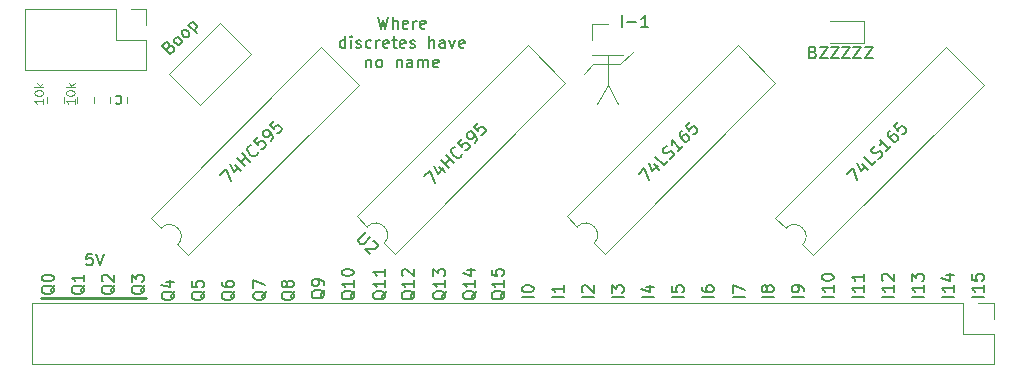
<source format=gbr>
%TF.GenerationSoftware,KiCad,Pcbnew,5.1.9+dfsg1-1+deb11u1*%
%TF.CreationDate,2025-02-02T16:03:13-08:00*%
%TF.ProjectId,esp01Expander,65737030-3145-4787-9061-6e6465722e6b,rev?*%
%TF.SameCoordinates,Original*%
%TF.FileFunction,Legend,Top*%
%TF.FilePolarity,Positive*%
%FSLAX46Y46*%
G04 Gerber Fmt 4.6, Leading zero omitted, Abs format (unit mm)*
G04 Created by KiCad (PCBNEW 5.1.9+dfsg1-1+deb11u1) date 2025-02-02 16:03:13*
%MOMM*%
%LPD*%
G01*
G04 APERTURE LIST*
%ADD10C,0.150000*%
%ADD11C,0.120000*%
%ADD12C,0.250000*%
%ADD13C,0.100000*%
G04 APERTURE END LIST*
D10*
X105854523Y-107656380D02*
X105378333Y-107656380D01*
X105330714Y-108132571D01*
X105378333Y-108084952D01*
X105473571Y-108037333D01*
X105711666Y-108037333D01*
X105806904Y-108084952D01*
X105854523Y-108132571D01*
X105902142Y-108227809D01*
X105902142Y-108465904D01*
X105854523Y-108561142D01*
X105806904Y-108608761D01*
X105711666Y-108656380D01*
X105473571Y-108656380D01*
X105378333Y-108608761D01*
X105330714Y-108561142D01*
X106187857Y-107656380D02*
X106521190Y-108656380D01*
X106854523Y-107656380D01*
X150669761Y-88463380D02*
X150669761Y-87463380D01*
X151145952Y-88082428D02*
X151907857Y-88082428D01*
X152907857Y-88463380D02*
X152336428Y-88463380D01*
X152622142Y-88463380D02*
X152622142Y-87463380D01*
X152526904Y-87606238D01*
X152431666Y-87701476D01*
X152336428Y-87749095D01*
D11*
X148209000Y-91567000D02*
X147447000Y-92456000D01*
X149606000Y-91567000D02*
X148209000Y-91567000D01*
X150495000Y-91567000D02*
X151638000Y-90551000D01*
X149606000Y-91567000D02*
X150495000Y-91567000D01*
X149479000Y-93345000D02*
X150368000Y-94996000D01*
X149479000Y-93345000D02*
X148590000Y-94996000D01*
X149479000Y-90805000D02*
X149479000Y-93345000D01*
D10*
X181300380Y-111315380D02*
X180300380Y-111315380D01*
X181300380Y-110315380D02*
X181300380Y-110886809D01*
X181300380Y-110601095D02*
X180300380Y-110601095D01*
X180443238Y-110696333D01*
X180538476Y-110791571D01*
X180586095Y-110886809D01*
X180300380Y-109410619D02*
X180300380Y-109886809D01*
X180776571Y-109934428D01*
X180728952Y-109886809D01*
X180681333Y-109791571D01*
X180681333Y-109553476D01*
X180728952Y-109458238D01*
X180776571Y-109410619D01*
X180871809Y-109363000D01*
X181109904Y-109363000D01*
X181205142Y-109410619D01*
X181252761Y-109458238D01*
X181300380Y-109553476D01*
X181300380Y-109791571D01*
X181252761Y-109886809D01*
X181205142Y-109934428D01*
X178760380Y-111315380D02*
X177760380Y-111315380D01*
X178760380Y-110315380D02*
X178760380Y-110886809D01*
X178760380Y-110601095D02*
X177760380Y-110601095D01*
X177903238Y-110696333D01*
X177998476Y-110791571D01*
X178046095Y-110886809D01*
X178093714Y-109458238D02*
X178760380Y-109458238D01*
X177712761Y-109696333D02*
X178427047Y-109934428D01*
X178427047Y-109315380D01*
X176220380Y-111315380D02*
X175220380Y-111315380D01*
X176220380Y-110315380D02*
X176220380Y-110886809D01*
X176220380Y-110601095D02*
X175220380Y-110601095D01*
X175363238Y-110696333D01*
X175458476Y-110791571D01*
X175506095Y-110886809D01*
X175220380Y-109982047D02*
X175220380Y-109363000D01*
X175601333Y-109696333D01*
X175601333Y-109553476D01*
X175648952Y-109458238D01*
X175696571Y-109410619D01*
X175791809Y-109363000D01*
X176029904Y-109363000D01*
X176125142Y-109410619D01*
X176172761Y-109458238D01*
X176220380Y-109553476D01*
X176220380Y-109839190D01*
X176172761Y-109934428D01*
X176125142Y-109982047D01*
X173680380Y-111315380D02*
X172680380Y-111315380D01*
X173680380Y-110315380D02*
X173680380Y-110886809D01*
X173680380Y-110601095D02*
X172680380Y-110601095D01*
X172823238Y-110696333D01*
X172918476Y-110791571D01*
X172966095Y-110886809D01*
X172775619Y-109934428D02*
X172728000Y-109886809D01*
X172680380Y-109791571D01*
X172680380Y-109553476D01*
X172728000Y-109458238D01*
X172775619Y-109410619D01*
X172870857Y-109363000D01*
X172966095Y-109363000D01*
X173108952Y-109410619D01*
X173680380Y-109982047D01*
X173680380Y-109363000D01*
X171140380Y-111315380D02*
X170140380Y-111315380D01*
X171140380Y-110315380D02*
X171140380Y-110886809D01*
X171140380Y-110601095D02*
X170140380Y-110601095D01*
X170283238Y-110696333D01*
X170378476Y-110791571D01*
X170426095Y-110886809D01*
X171140380Y-109363000D02*
X171140380Y-109934428D01*
X171140380Y-109648714D02*
X170140380Y-109648714D01*
X170283238Y-109743952D01*
X170378476Y-109839190D01*
X170426095Y-109934428D01*
X168600380Y-111315380D02*
X167600380Y-111315380D01*
X168600380Y-110315380D02*
X168600380Y-110886809D01*
X168600380Y-110601095D02*
X167600380Y-110601095D01*
X167743238Y-110696333D01*
X167838476Y-110791571D01*
X167886095Y-110886809D01*
X167600380Y-109696333D02*
X167600380Y-109601095D01*
X167648000Y-109505857D01*
X167695619Y-109458238D01*
X167790857Y-109410619D01*
X167981333Y-109363000D01*
X168219428Y-109363000D01*
X168409904Y-109410619D01*
X168505142Y-109458238D01*
X168552761Y-109505857D01*
X168600380Y-109601095D01*
X168600380Y-109696333D01*
X168552761Y-109791571D01*
X168505142Y-109839190D01*
X168409904Y-109886809D01*
X168219428Y-109934428D01*
X167981333Y-109934428D01*
X167790857Y-109886809D01*
X167695619Y-109839190D01*
X167648000Y-109791571D01*
X167600380Y-109696333D01*
X166060380Y-111347190D02*
X165060380Y-111347190D01*
X166060380Y-110823380D02*
X166060380Y-110632904D01*
X166012761Y-110537666D01*
X165965142Y-110490047D01*
X165822285Y-110394809D01*
X165631809Y-110347190D01*
X165250857Y-110347190D01*
X165155619Y-110394809D01*
X165108000Y-110442428D01*
X165060380Y-110537666D01*
X165060380Y-110728142D01*
X165108000Y-110823380D01*
X165155619Y-110871000D01*
X165250857Y-110918619D01*
X165488952Y-110918619D01*
X165584190Y-110871000D01*
X165631809Y-110823380D01*
X165679428Y-110728142D01*
X165679428Y-110537666D01*
X165631809Y-110442428D01*
X165584190Y-110394809D01*
X165488952Y-110347190D01*
X163520380Y-111347190D02*
X162520380Y-111347190D01*
X162948952Y-110728142D02*
X162901333Y-110823380D01*
X162853714Y-110871000D01*
X162758476Y-110918619D01*
X162710857Y-110918619D01*
X162615619Y-110871000D01*
X162568000Y-110823380D01*
X162520380Y-110728142D01*
X162520380Y-110537666D01*
X162568000Y-110442428D01*
X162615619Y-110394809D01*
X162710857Y-110347190D01*
X162758476Y-110347190D01*
X162853714Y-110394809D01*
X162901333Y-110442428D01*
X162948952Y-110537666D01*
X162948952Y-110728142D01*
X162996571Y-110823380D01*
X163044190Y-110871000D01*
X163139428Y-110918619D01*
X163329904Y-110918619D01*
X163425142Y-110871000D01*
X163472761Y-110823380D01*
X163520380Y-110728142D01*
X163520380Y-110537666D01*
X163472761Y-110442428D01*
X163425142Y-110394809D01*
X163329904Y-110347190D01*
X163139428Y-110347190D01*
X163044190Y-110394809D01*
X162996571Y-110442428D01*
X162948952Y-110537666D01*
X161107380Y-111347190D02*
X160107380Y-111347190D01*
X160107380Y-110966238D02*
X160107380Y-110299571D01*
X161107380Y-110728142D01*
X158440380Y-111347190D02*
X157440380Y-111347190D01*
X157440380Y-110442428D02*
X157440380Y-110632904D01*
X157488000Y-110728142D01*
X157535619Y-110775761D01*
X157678476Y-110871000D01*
X157868952Y-110918619D01*
X158249904Y-110918619D01*
X158345142Y-110871000D01*
X158392761Y-110823380D01*
X158440380Y-110728142D01*
X158440380Y-110537666D01*
X158392761Y-110442428D01*
X158345142Y-110394809D01*
X158249904Y-110347190D01*
X158011809Y-110347190D01*
X157916571Y-110394809D01*
X157868952Y-110442428D01*
X157821333Y-110537666D01*
X157821333Y-110728142D01*
X157868952Y-110823380D01*
X157916571Y-110871000D01*
X158011809Y-110918619D01*
X155900380Y-111347190D02*
X154900380Y-111347190D01*
X154900380Y-110394809D02*
X154900380Y-110871000D01*
X155376571Y-110918619D01*
X155328952Y-110871000D01*
X155281333Y-110775761D01*
X155281333Y-110537666D01*
X155328952Y-110442428D01*
X155376571Y-110394809D01*
X155471809Y-110347190D01*
X155709904Y-110347190D01*
X155805142Y-110394809D01*
X155852761Y-110442428D01*
X155900380Y-110537666D01*
X155900380Y-110775761D01*
X155852761Y-110871000D01*
X155805142Y-110918619D01*
X153360380Y-111347190D02*
X152360380Y-111347190D01*
X152693714Y-110442428D02*
X153360380Y-110442428D01*
X152312761Y-110680523D02*
X153027047Y-110918619D01*
X153027047Y-110299571D01*
X150820380Y-111347190D02*
X149820380Y-111347190D01*
X149820380Y-110966238D02*
X149820380Y-110347190D01*
X150201333Y-110680523D01*
X150201333Y-110537666D01*
X150248952Y-110442428D01*
X150296571Y-110394809D01*
X150391809Y-110347190D01*
X150629904Y-110347190D01*
X150725142Y-110394809D01*
X150772761Y-110442428D01*
X150820380Y-110537666D01*
X150820380Y-110823380D01*
X150772761Y-110918619D01*
X150725142Y-110966238D01*
X148280380Y-111347190D02*
X147280380Y-111347190D01*
X147375619Y-110918619D02*
X147328000Y-110871000D01*
X147280380Y-110775761D01*
X147280380Y-110537666D01*
X147328000Y-110442428D01*
X147375619Y-110394809D01*
X147470857Y-110347190D01*
X147566095Y-110347190D01*
X147708952Y-110394809D01*
X148280380Y-110966238D01*
X148280380Y-110347190D01*
X145740380Y-111347190D02*
X144740380Y-111347190D01*
X145740380Y-110347190D02*
X145740380Y-110918619D01*
X145740380Y-110632904D02*
X144740380Y-110632904D01*
X144883238Y-110728142D01*
X144978476Y-110823380D01*
X145026095Y-110918619D01*
X143200380Y-111347190D02*
X142200380Y-111347190D01*
X142200380Y-110680523D02*
X142200380Y-110585285D01*
X142248000Y-110490047D01*
X142295619Y-110442428D01*
X142390857Y-110394809D01*
X142581333Y-110347190D01*
X142819428Y-110347190D01*
X143009904Y-110394809D01*
X143105142Y-110442428D01*
X143152761Y-110490047D01*
X143200380Y-110585285D01*
X143200380Y-110680523D01*
X143152761Y-110775761D01*
X143105142Y-110823380D01*
X143009904Y-110871000D01*
X142819428Y-110918619D01*
X142581333Y-110918619D01*
X142390857Y-110871000D01*
X142295619Y-110823380D01*
X142248000Y-110775761D01*
X142200380Y-110680523D01*
X120562619Y-110839238D02*
X120515000Y-110934476D01*
X120419761Y-111029714D01*
X120276904Y-111172571D01*
X120229285Y-111267809D01*
X120229285Y-111363047D01*
X120467380Y-111315428D02*
X120419761Y-111410666D01*
X120324523Y-111505904D01*
X120134047Y-111553523D01*
X119800714Y-111553523D01*
X119610238Y-111505904D01*
X119515000Y-111410666D01*
X119467380Y-111315428D01*
X119467380Y-111124952D01*
X119515000Y-111029714D01*
X119610238Y-110934476D01*
X119800714Y-110886857D01*
X120134047Y-110886857D01*
X120324523Y-110934476D01*
X120419761Y-111029714D01*
X120467380Y-111124952D01*
X120467380Y-111315428D01*
X119467380Y-110553523D02*
X119467380Y-109886857D01*
X120467380Y-110315428D01*
X117895619Y-110839238D02*
X117848000Y-110934476D01*
X117752761Y-111029714D01*
X117609904Y-111172571D01*
X117562285Y-111267809D01*
X117562285Y-111363047D01*
X117800380Y-111315428D02*
X117752761Y-111410666D01*
X117657523Y-111505904D01*
X117467047Y-111553523D01*
X117133714Y-111553523D01*
X116943238Y-111505904D01*
X116848000Y-111410666D01*
X116800380Y-111315428D01*
X116800380Y-111124952D01*
X116848000Y-111029714D01*
X116943238Y-110934476D01*
X117133714Y-110886857D01*
X117467047Y-110886857D01*
X117657523Y-110934476D01*
X117752761Y-111029714D01*
X117800380Y-111124952D01*
X117800380Y-111315428D01*
X116800380Y-110029714D02*
X116800380Y-110220190D01*
X116848000Y-110315428D01*
X116895619Y-110363047D01*
X117038476Y-110458285D01*
X117228952Y-110505904D01*
X117609904Y-110505904D01*
X117705142Y-110458285D01*
X117752761Y-110410666D01*
X117800380Y-110315428D01*
X117800380Y-110124952D01*
X117752761Y-110029714D01*
X117705142Y-109982095D01*
X117609904Y-109934476D01*
X117371809Y-109934476D01*
X117276571Y-109982095D01*
X117228952Y-110029714D01*
X117181333Y-110124952D01*
X117181333Y-110315428D01*
X117228952Y-110410666D01*
X117276571Y-110458285D01*
X117371809Y-110505904D01*
X115355619Y-110839238D02*
X115308000Y-110934476D01*
X115212761Y-111029714D01*
X115069904Y-111172571D01*
X115022285Y-111267809D01*
X115022285Y-111363047D01*
X115260380Y-111315428D02*
X115212761Y-111410666D01*
X115117523Y-111505904D01*
X114927047Y-111553523D01*
X114593714Y-111553523D01*
X114403238Y-111505904D01*
X114308000Y-111410666D01*
X114260380Y-111315428D01*
X114260380Y-111124952D01*
X114308000Y-111029714D01*
X114403238Y-110934476D01*
X114593714Y-110886857D01*
X114927047Y-110886857D01*
X115117523Y-110934476D01*
X115212761Y-111029714D01*
X115260380Y-111124952D01*
X115260380Y-111315428D01*
X114260380Y-109982095D02*
X114260380Y-110458285D01*
X114736571Y-110505904D01*
X114688952Y-110458285D01*
X114641333Y-110363047D01*
X114641333Y-110124952D01*
X114688952Y-110029714D01*
X114736571Y-109982095D01*
X114831809Y-109934476D01*
X115069904Y-109934476D01*
X115165142Y-109982095D01*
X115212761Y-110029714D01*
X115260380Y-110124952D01*
X115260380Y-110363047D01*
X115212761Y-110458285D01*
X115165142Y-110505904D01*
X112815619Y-110839238D02*
X112768000Y-110934476D01*
X112672761Y-111029714D01*
X112529904Y-111172571D01*
X112482285Y-111267809D01*
X112482285Y-111363047D01*
X112720380Y-111315428D02*
X112672761Y-111410666D01*
X112577523Y-111505904D01*
X112387047Y-111553523D01*
X112053714Y-111553523D01*
X111863238Y-111505904D01*
X111768000Y-111410666D01*
X111720380Y-111315428D01*
X111720380Y-111124952D01*
X111768000Y-111029714D01*
X111863238Y-110934476D01*
X112053714Y-110886857D01*
X112387047Y-110886857D01*
X112577523Y-110934476D01*
X112672761Y-111029714D01*
X112720380Y-111124952D01*
X112720380Y-111315428D01*
X112053714Y-110029714D02*
X112720380Y-110029714D01*
X111672761Y-110267809D02*
X112387047Y-110505904D01*
X112387047Y-109886857D01*
X110275619Y-110331238D02*
X110228000Y-110426476D01*
X110132761Y-110521714D01*
X109989904Y-110664571D01*
X109942285Y-110759809D01*
X109942285Y-110855047D01*
X110180380Y-110807428D02*
X110132761Y-110902666D01*
X110037523Y-110997904D01*
X109847047Y-111045523D01*
X109513714Y-111045523D01*
X109323238Y-110997904D01*
X109228000Y-110902666D01*
X109180380Y-110807428D01*
X109180380Y-110616952D01*
X109228000Y-110521714D01*
X109323238Y-110426476D01*
X109513714Y-110378857D01*
X109847047Y-110378857D01*
X110037523Y-110426476D01*
X110132761Y-110521714D01*
X110180380Y-110616952D01*
X110180380Y-110807428D01*
X109180380Y-110045523D02*
X109180380Y-109426476D01*
X109561333Y-109759809D01*
X109561333Y-109616952D01*
X109608952Y-109521714D01*
X109656571Y-109474095D01*
X109751809Y-109426476D01*
X109989904Y-109426476D01*
X110085142Y-109474095D01*
X110132761Y-109521714D01*
X110180380Y-109616952D01*
X110180380Y-109902666D01*
X110132761Y-109997904D01*
X110085142Y-110045523D01*
X107735619Y-110331238D02*
X107688000Y-110426476D01*
X107592761Y-110521714D01*
X107449904Y-110664571D01*
X107402285Y-110759809D01*
X107402285Y-110855047D01*
X107640380Y-110807428D02*
X107592761Y-110902666D01*
X107497523Y-110997904D01*
X107307047Y-111045523D01*
X106973714Y-111045523D01*
X106783238Y-110997904D01*
X106688000Y-110902666D01*
X106640380Y-110807428D01*
X106640380Y-110616952D01*
X106688000Y-110521714D01*
X106783238Y-110426476D01*
X106973714Y-110378857D01*
X107307047Y-110378857D01*
X107497523Y-110426476D01*
X107592761Y-110521714D01*
X107640380Y-110616952D01*
X107640380Y-110807428D01*
X106735619Y-109997904D02*
X106688000Y-109950285D01*
X106640380Y-109855047D01*
X106640380Y-109616952D01*
X106688000Y-109521714D01*
X106735619Y-109474095D01*
X106830857Y-109426476D01*
X106926095Y-109426476D01*
X107068952Y-109474095D01*
X107640380Y-110045523D01*
X107640380Y-109426476D01*
X105195619Y-110331238D02*
X105148000Y-110426476D01*
X105052761Y-110521714D01*
X104909904Y-110664571D01*
X104862285Y-110759809D01*
X104862285Y-110855047D01*
X105100380Y-110807428D02*
X105052761Y-110902666D01*
X104957523Y-110997904D01*
X104767047Y-111045523D01*
X104433714Y-111045523D01*
X104243238Y-110997904D01*
X104148000Y-110902666D01*
X104100380Y-110807428D01*
X104100380Y-110616952D01*
X104148000Y-110521714D01*
X104243238Y-110426476D01*
X104433714Y-110378857D01*
X104767047Y-110378857D01*
X104957523Y-110426476D01*
X105052761Y-110521714D01*
X105100380Y-110616952D01*
X105100380Y-110807428D01*
X105100380Y-109426476D02*
X105100380Y-109997904D01*
X105100380Y-109712190D02*
X104100380Y-109712190D01*
X104243238Y-109807428D01*
X104338476Y-109902666D01*
X104386095Y-109997904D01*
X102655619Y-110331238D02*
X102608000Y-110426476D01*
X102512761Y-110521714D01*
X102369904Y-110664571D01*
X102322285Y-110759809D01*
X102322285Y-110855047D01*
X102560380Y-110807428D02*
X102512761Y-110902666D01*
X102417523Y-110997904D01*
X102227047Y-111045523D01*
X101893714Y-111045523D01*
X101703238Y-110997904D01*
X101608000Y-110902666D01*
X101560380Y-110807428D01*
X101560380Y-110616952D01*
X101608000Y-110521714D01*
X101703238Y-110426476D01*
X101893714Y-110378857D01*
X102227047Y-110378857D01*
X102417523Y-110426476D01*
X102512761Y-110521714D01*
X102560380Y-110616952D01*
X102560380Y-110807428D01*
X101560380Y-109759809D02*
X101560380Y-109664571D01*
X101608000Y-109569333D01*
X101655619Y-109521714D01*
X101750857Y-109474095D01*
X101941333Y-109426476D01*
X102179428Y-109426476D01*
X102369904Y-109474095D01*
X102465142Y-109521714D01*
X102512761Y-109569333D01*
X102560380Y-109664571D01*
X102560380Y-109759809D01*
X102512761Y-109855047D01*
X102465142Y-109902666D01*
X102369904Y-109950285D01*
X102179428Y-109997904D01*
X101941333Y-109997904D01*
X101750857Y-109950285D01*
X101655619Y-109902666D01*
X101608000Y-109855047D01*
X101560380Y-109759809D01*
X140755619Y-110807428D02*
X140708000Y-110902666D01*
X140612761Y-110997904D01*
X140469904Y-111140761D01*
X140422285Y-111236000D01*
X140422285Y-111331238D01*
X140660380Y-111283619D02*
X140612761Y-111378857D01*
X140517523Y-111474095D01*
X140327047Y-111521714D01*
X139993714Y-111521714D01*
X139803238Y-111474095D01*
X139708000Y-111378857D01*
X139660380Y-111283619D01*
X139660380Y-111093142D01*
X139708000Y-110997904D01*
X139803238Y-110902666D01*
X139993714Y-110855047D01*
X140327047Y-110855047D01*
X140517523Y-110902666D01*
X140612761Y-110997904D01*
X140660380Y-111093142D01*
X140660380Y-111283619D01*
X140660380Y-109902666D02*
X140660380Y-110474095D01*
X140660380Y-110188380D02*
X139660380Y-110188380D01*
X139803238Y-110283619D01*
X139898476Y-110378857D01*
X139946095Y-110474095D01*
X139660380Y-108997904D02*
X139660380Y-109474095D01*
X140136571Y-109521714D01*
X140088952Y-109474095D01*
X140041333Y-109378857D01*
X140041333Y-109140761D01*
X140088952Y-109045523D01*
X140136571Y-108997904D01*
X140231809Y-108950285D01*
X140469904Y-108950285D01*
X140565142Y-108997904D01*
X140612761Y-109045523D01*
X140660380Y-109140761D01*
X140660380Y-109378857D01*
X140612761Y-109474095D01*
X140565142Y-109521714D01*
X138342619Y-110807428D02*
X138295000Y-110902666D01*
X138199761Y-110997904D01*
X138056904Y-111140761D01*
X138009285Y-111236000D01*
X138009285Y-111331238D01*
X138247380Y-111283619D02*
X138199761Y-111378857D01*
X138104523Y-111474095D01*
X137914047Y-111521714D01*
X137580714Y-111521714D01*
X137390238Y-111474095D01*
X137295000Y-111378857D01*
X137247380Y-111283619D01*
X137247380Y-111093142D01*
X137295000Y-110997904D01*
X137390238Y-110902666D01*
X137580714Y-110855047D01*
X137914047Y-110855047D01*
X138104523Y-110902666D01*
X138199761Y-110997904D01*
X138247380Y-111093142D01*
X138247380Y-111283619D01*
X138247380Y-109902666D02*
X138247380Y-110474095D01*
X138247380Y-110188380D02*
X137247380Y-110188380D01*
X137390238Y-110283619D01*
X137485476Y-110378857D01*
X137533095Y-110474095D01*
X137580714Y-109045523D02*
X138247380Y-109045523D01*
X137199761Y-109283619D02*
X137914047Y-109521714D01*
X137914047Y-108902666D01*
X135802619Y-110807428D02*
X135755000Y-110902666D01*
X135659761Y-110997904D01*
X135516904Y-111140761D01*
X135469285Y-111236000D01*
X135469285Y-111331238D01*
X135707380Y-111283619D02*
X135659761Y-111378857D01*
X135564523Y-111474095D01*
X135374047Y-111521714D01*
X135040714Y-111521714D01*
X134850238Y-111474095D01*
X134755000Y-111378857D01*
X134707380Y-111283619D01*
X134707380Y-111093142D01*
X134755000Y-110997904D01*
X134850238Y-110902666D01*
X135040714Y-110855047D01*
X135374047Y-110855047D01*
X135564523Y-110902666D01*
X135659761Y-110997904D01*
X135707380Y-111093142D01*
X135707380Y-111283619D01*
X135707380Y-109902666D02*
X135707380Y-110474095D01*
X135707380Y-110188380D02*
X134707380Y-110188380D01*
X134850238Y-110283619D01*
X134945476Y-110378857D01*
X134993095Y-110474095D01*
X134707380Y-109569333D02*
X134707380Y-108950285D01*
X135088333Y-109283619D01*
X135088333Y-109140761D01*
X135135952Y-109045523D01*
X135183571Y-108997904D01*
X135278809Y-108950285D01*
X135516904Y-108950285D01*
X135612142Y-108997904D01*
X135659761Y-109045523D01*
X135707380Y-109140761D01*
X135707380Y-109426476D01*
X135659761Y-109521714D01*
X135612142Y-109569333D01*
X133135619Y-110807428D02*
X133088000Y-110902666D01*
X132992761Y-110997904D01*
X132849904Y-111140761D01*
X132802285Y-111236000D01*
X132802285Y-111331238D01*
X133040380Y-111283619D02*
X132992761Y-111378857D01*
X132897523Y-111474095D01*
X132707047Y-111521714D01*
X132373714Y-111521714D01*
X132183238Y-111474095D01*
X132088000Y-111378857D01*
X132040380Y-111283619D01*
X132040380Y-111093142D01*
X132088000Y-110997904D01*
X132183238Y-110902666D01*
X132373714Y-110855047D01*
X132707047Y-110855047D01*
X132897523Y-110902666D01*
X132992761Y-110997904D01*
X133040380Y-111093142D01*
X133040380Y-111283619D01*
X133040380Y-109902666D02*
X133040380Y-110474095D01*
X133040380Y-110188380D02*
X132040380Y-110188380D01*
X132183238Y-110283619D01*
X132278476Y-110378857D01*
X132326095Y-110474095D01*
X132135619Y-109521714D02*
X132088000Y-109474095D01*
X132040380Y-109378857D01*
X132040380Y-109140761D01*
X132088000Y-109045523D01*
X132135619Y-108997904D01*
X132230857Y-108950285D01*
X132326095Y-108950285D01*
X132468952Y-108997904D01*
X133040380Y-109569333D01*
X133040380Y-108950285D01*
X130722619Y-110807428D02*
X130675000Y-110902666D01*
X130579761Y-110997904D01*
X130436904Y-111140761D01*
X130389285Y-111236000D01*
X130389285Y-111331238D01*
X130627380Y-111283619D02*
X130579761Y-111378857D01*
X130484523Y-111474095D01*
X130294047Y-111521714D01*
X129960714Y-111521714D01*
X129770238Y-111474095D01*
X129675000Y-111378857D01*
X129627380Y-111283619D01*
X129627380Y-111093142D01*
X129675000Y-110997904D01*
X129770238Y-110902666D01*
X129960714Y-110855047D01*
X130294047Y-110855047D01*
X130484523Y-110902666D01*
X130579761Y-110997904D01*
X130627380Y-111093142D01*
X130627380Y-111283619D01*
X130627380Y-109902666D02*
X130627380Y-110474095D01*
X130627380Y-110188380D02*
X129627380Y-110188380D01*
X129770238Y-110283619D01*
X129865476Y-110378857D01*
X129913095Y-110474095D01*
X130627380Y-108950285D02*
X130627380Y-109521714D01*
X130627380Y-109236000D02*
X129627380Y-109236000D01*
X129770238Y-109331238D01*
X129865476Y-109426476D01*
X129913095Y-109521714D01*
X128055619Y-110807428D02*
X128008000Y-110902666D01*
X127912761Y-110997904D01*
X127769904Y-111140761D01*
X127722285Y-111236000D01*
X127722285Y-111331238D01*
X127960380Y-111283619D02*
X127912761Y-111378857D01*
X127817523Y-111474095D01*
X127627047Y-111521714D01*
X127293714Y-111521714D01*
X127103238Y-111474095D01*
X127008000Y-111378857D01*
X126960380Y-111283619D01*
X126960380Y-111093142D01*
X127008000Y-110997904D01*
X127103238Y-110902666D01*
X127293714Y-110855047D01*
X127627047Y-110855047D01*
X127817523Y-110902666D01*
X127912761Y-110997904D01*
X127960380Y-111093142D01*
X127960380Y-111283619D01*
X127960380Y-109902666D02*
X127960380Y-110474095D01*
X127960380Y-110188380D02*
X126960380Y-110188380D01*
X127103238Y-110283619D01*
X127198476Y-110378857D01*
X127246095Y-110474095D01*
X126960380Y-109283619D02*
X126960380Y-109188380D01*
X127008000Y-109093142D01*
X127055619Y-109045523D01*
X127150857Y-108997904D01*
X127341333Y-108950285D01*
X127579428Y-108950285D01*
X127769904Y-108997904D01*
X127865142Y-109045523D01*
X127912761Y-109093142D01*
X127960380Y-109188380D01*
X127960380Y-109283619D01*
X127912761Y-109378857D01*
X127865142Y-109426476D01*
X127769904Y-109474095D01*
X127579428Y-109521714D01*
X127341333Y-109521714D01*
X127150857Y-109474095D01*
X127055619Y-109426476D01*
X127008000Y-109378857D01*
X126960380Y-109283619D01*
X125515619Y-110712238D02*
X125468000Y-110807476D01*
X125372761Y-110902714D01*
X125229904Y-111045571D01*
X125182285Y-111140809D01*
X125182285Y-111236047D01*
X125420380Y-111188428D02*
X125372761Y-111283666D01*
X125277523Y-111378904D01*
X125087047Y-111426523D01*
X124753714Y-111426523D01*
X124563238Y-111378904D01*
X124468000Y-111283666D01*
X124420380Y-111188428D01*
X124420380Y-110997952D01*
X124468000Y-110902714D01*
X124563238Y-110807476D01*
X124753714Y-110759857D01*
X125087047Y-110759857D01*
X125277523Y-110807476D01*
X125372761Y-110902714D01*
X125420380Y-110997952D01*
X125420380Y-111188428D01*
X125420380Y-110283666D02*
X125420380Y-110093190D01*
X125372761Y-109997952D01*
X125325142Y-109950333D01*
X125182285Y-109855095D01*
X124991809Y-109807476D01*
X124610857Y-109807476D01*
X124515619Y-109855095D01*
X124468000Y-109902714D01*
X124420380Y-109997952D01*
X124420380Y-110188428D01*
X124468000Y-110283666D01*
X124515619Y-110331285D01*
X124610857Y-110378904D01*
X124848952Y-110378904D01*
X124944190Y-110331285D01*
X124991809Y-110283666D01*
X125039428Y-110188428D01*
X125039428Y-109997952D01*
X124991809Y-109902714D01*
X124944190Y-109855095D01*
X124848952Y-109807476D01*
X122975619Y-110839238D02*
X122928000Y-110934476D01*
X122832761Y-111029714D01*
X122689904Y-111172571D01*
X122642285Y-111267809D01*
X122642285Y-111363047D01*
X122880380Y-111315428D02*
X122832761Y-111410666D01*
X122737523Y-111505904D01*
X122547047Y-111553523D01*
X122213714Y-111553523D01*
X122023238Y-111505904D01*
X121928000Y-111410666D01*
X121880380Y-111315428D01*
X121880380Y-111124952D01*
X121928000Y-111029714D01*
X122023238Y-110934476D01*
X122213714Y-110886857D01*
X122547047Y-110886857D01*
X122737523Y-110934476D01*
X122832761Y-111029714D01*
X122880380Y-111124952D01*
X122880380Y-111315428D01*
X122308952Y-110315428D02*
X122261333Y-110410666D01*
X122213714Y-110458285D01*
X122118476Y-110505904D01*
X122070857Y-110505904D01*
X121975619Y-110458285D01*
X121928000Y-110410666D01*
X121880380Y-110315428D01*
X121880380Y-110124952D01*
X121928000Y-110029714D01*
X121975619Y-109982095D01*
X122070857Y-109934476D01*
X122118476Y-109934476D01*
X122213714Y-109982095D01*
X122261333Y-110029714D01*
X122308952Y-110124952D01*
X122308952Y-110315428D01*
X122356571Y-110410666D01*
X122404190Y-110458285D01*
X122499428Y-110505904D01*
X122689904Y-110505904D01*
X122785142Y-110458285D01*
X122832761Y-110410666D01*
X122880380Y-110315428D01*
X122880380Y-110124952D01*
X122832761Y-110029714D01*
X122785142Y-109982095D01*
X122689904Y-109934476D01*
X122499428Y-109934476D01*
X122404190Y-109982095D01*
X122356571Y-110029714D01*
X122308952Y-110124952D01*
D12*
X101473000Y-111379000D02*
X110363000Y-111379000D01*
D13*
X104352285Y-94553428D02*
X104352285Y-94982000D01*
X104352285Y-94767714D02*
X103602285Y-94767714D01*
X103709428Y-94839142D01*
X103780857Y-94910571D01*
X103816571Y-94982000D01*
X103602285Y-94089142D02*
X103602285Y-94017714D01*
X103638000Y-93946285D01*
X103673714Y-93910571D01*
X103745142Y-93874857D01*
X103888000Y-93839142D01*
X104066571Y-93839142D01*
X104209428Y-93874857D01*
X104280857Y-93910571D01*
X104316571Y-93946285D01*
X104352285Y-94017714D01*
X104352285Y-94089142D01*
X104316571Y-94160571D01*
X104280857Y-94196285D01*
X104209428Y-94232000D01*
X104066571Y-94267714D01*
X103888000Y-94267714D01*
X103745142Y-94232000D01*
X103673714Y-94196285D01*
X103638000Y-94160571D01*
X103602285Y-94089142D01*
X104352285Y-93517714D02*
X103602285Y-93517714D01*
X104066571Y-93446285D02*
X104352285Y-93232000D01*
X103852285Y-93232000D02*
X104138000Y-93517714D01*
X101685285Y-94553428D02*
X101685285Y-94982000D01*
X101685285Y-94767714D02*
X100935285Y-94767714D01*
X101042428Y-94839142D01*
X101113857Y-94910571D01*
X101149571Y-94982000D01*
X100935285Y-94089142D02*
X100935285Y-94017714D01*
X100971000Y-93946285D01*
X101006714Y-93910571D01*
X101078142Y-93874857D01*
X101221000Y-93839142D01*
X101399571Y-93839142D01*
X101542428Y-93874857D01*
X101613857Y-93910571D01*
X101649571Y-93946285D01*
X101685285Y-94017714D01*
X101685285Y-94089142D01*
X101649571Y-94160571D01*
X101613857Y-94196285D01*
X101542428Y-94232000D01*
X101399571Y-94267714D01*
X101221000Y-94267714D01*
X101078142Y-94232000D01*
X101006714Y-94196285D01*
X100971000Y-94160571D01*
X100935285Y-94089142D01*
X101685285Y-93517714D02*
X100935285Y-93517714D01*
X101399571Y-93446285D02*
X101685285Y-93232000D01*
X101185285Y-93232000D02*
X101471000Y-93517714D01*
D10*
X107838904Y-94337238D02*
X107934142Y-94289619D01*
X108124619Y-94289619D01*
X108219857Y-94337238D01*
X108267476Y-94384857D01*
X108315095Y-94480095D01*
X108315095Y-94765809D01*
X108267476Y-94861047D01*
X108219857Y-94908666D01*
X108124619Y-94956285D01*
X107934142Y-94956285D01*
X107838904Y-94908666D01*
X166854476Y-90606571D02*
X166997333Y-90654190D01*
X167044952Y-90701809D01*
X167092571Y-90797047D01*
X167092571Y-90939904D01*
X167044952Y-91035142D01*
X166997333Y-91082761D01*
X166902095Y-91130380D01*
X166521142Y-91130380D01*
X166521142Y-90130380D01*
X166854476Y-90130380D01*
X166949714Y-90178000D01*
X166997333Y-90225619D01*
X167044952Y-90320857D01*
X167044952Y-90416095D01*
X166997333Y-90511333D01*
X166949714Y-90558952D01*
X166854476Y-90606571D01*
X166521142Y-90606571D01*
X167425904Y-90130380D02*
X168092571Y-90130380D01*
X167425904Y-91130380D01*
X168092571Y-91130380D01*
X168378285Y-90130380D02*
X169044952Y-90130380D01*
X168378285Y-91130380D01*
X169044952Y-91130380D01*
X169330666Y-90130380D02*
X169997333Y-90130380D01*
X169330666Y-91130380D01*
X169997333Y-91130380D01*
X170283047Y-90130380D02*
X170949714Y-90130380D01*
X170283047Y-91130380D01*
X170949714Y-91130380D01*
X171235428Y-90130380D02*
X171902095Y-90130380D01*
X171235428Y-91130380D01*
X171902095Y-91130380D01*
X112324355Y-90139629D02*
X112459042Y-90072286D01*
X112526385Y-90072286D01*
X112627400Y-90105957D01*
X112728416Y-90206973D01*
X112762087Y-90307988D01*
X112762087Y-90375331D01*
X112728416Y-90476347D01*
X112459042Y-90745721D01*
X111751935Y-90038614D01*
X111987637Y-89802912D01*
X112088652Y-89769240D01*
X112155996Y-89769240D01*
X112257011Y-89802912D01*
X112324355Y-89870255D01*
X112358026Y-89971270D01*
X112358026Y-90038614D01*
X112324355Y-90139629D01*
X112088652Y-90375331D01*
X113267164Y-89937599D02*
X113166148Y-89971270D01*
X113098805Y-89971270D01*
X112997790Y-89937599D01*
X112795759Y-89735568D01*
X112762087Y-89634553D01*
X112762087Y-89567209D01*
X112795759Y-89466194D01*
X112896774Y-89365179D01*
X112997790Y-89331507D01*
X113065133Y-89331507D01*
X113166148Y-89365179D01*
X113368179Y-89567209D01*
X113401851Y-89668225D01*
X113401851Y-89735568D01*
X113368179Y-89836583D01*
X113267164Y-89937599D01*
X113906927Y-89297835D02*
X113805912Y-89331507D01*
X113738568Y-89331507D01*
X113637553Y-89297835D01*
X113435522Y-89095805D01*
X113401851Y-88994790D01*
X113401851Y-88927446D01*
X113435522Y-88826431D01*
X113536538Y-88725416D01*
X113637553Y-88691744D01*
X113704896Y-88691744D01*
X113805912Y-88725416D01*
X114007942Y-88927446D01*
X114041614Y-89028461D01*
X114041614Y-89095805D01*
X114007942Y-89196820D01*
X113906927Y-89297835D01*
X113974270Y-88287683D02*
X114681377Y-88994790D01*
X114007942Y-88321355D02*
X114041614Y-88220339D01*
X114176301Y-88085652D01*
X114277316Y-88051981D01*
X114344660Y-88051981D01*
X114445675Y-88085652D01*
X114647705Y-88287683D01*
X114681377Y-88388698D01*
X114681377Y-88456042D01*
X114647705Y-88557057D01*
X114513018Y-88691744D01*
X114412003Y-88725416D01*
X130032380Y-87591380D02*
X130270476Y-88591380D01*
X130460952Y-87877095D01*
X130651428Y-88591380D01*
X130889523Y-87591380D01*
X131270476Y-88591380D02*
X131270476Y-87591380D01*
X131699047Y-88591380D02*
X131699047Y-88067571D01*
X131651428Y-87972333D01*
X131556190Y-87924714D01*
X131413333Y-87924714D01*
X131318095Y-87972333D01*
X131270476Y-88019952D01*
X132556190Y-88543761D02*
X132460952Y-88591380D01*
X132270476Y-88591380D01*
X132175238Y-88543761D01*
X132127619Y-88448523D01*
X132127619Y-88067571D01*
X132175238Y-87972333D01*
X132270476Y-87924714D01*
X132460952Y-87924714D01*
X132556190Y-87972333D01*
X132603809Y-88067571D01*
X132603809Y-88162809D01*
X132127619Y-88258047D01*
X133032380Y-88591380D02*
X133032380Y-87924714D01*
X133032380Y-88115190D02*
X133080000Y-88019952D01*
X133127619Y-87972333D01*
X133222857Y-87924714D01*
X133318095Y-87924714D01*
X134032380Y-88543761D02*
X133937142Y-88591380D01*
X133746666Y-88591380D01*
X133651428Y-88543761D01*
X133603809Y-88448523D01*
X133603809Y-88067571D01*
X133651428Y-87972333D01*
X133746666Y-87924714D01*
X133937142Y-87924714D01*
X134032380Y-87972333D01*
X134080000Y-88067571D01*
X134080000Y-88162809D01*
X133603809Y-88258047D01*
X127270476Y-90241380D02*
X127270476Y-89241380D01*
X127270476Y-90193761D02*
X127175238Y-90241380D01*
X126984761Y-90241380D01*
X126889523Y-90193761D01*
X126841904Y-90146142D01*
X126794285Y-90050904D01*
X126794285Y-89765190D01*
X126841904Y-89669952D01*
X126889523Y-89622333D01*
X126984761Y-89574714D01*
X127175238Y-89574714D01*
X127270476Y-89622333D01*
X127746666Y-90241380D02*
X127746666Y-89574714D01*
X127746666Y-89241380D02*
X127699047Y-89289000D01*
X127746666Y-89336619D01*
X127794285Y-89289000D01*
X127746666Y-89241380D01*
X127746666Y-89336619D01*
X128175238Y-90193761D02*
X128270476Y-90241380D01*
X128460952Y-90241380D01*
X128556190Y-90193761D01*
X128603809Y-90098523D01*
X128603809Y-90050904D01*
X128556190Y-89955666D01*
X128460952Y-89908047D01*
X128318095Y-89908047D01*
X128222857Y-89860428D01*
X128175238Y-89765190D01*
X128175238Y-89717571D01*
X128222857Y-89622333D01*
X128318095Y-89574714D01*
X128460952Y-89574714D01*
X128556190Y-89622333D01*
X129460952Y-90193761D02*
X129365714Y-90241380D01*
X129175238Y-90241380D01*
X129080000Y-90193761D01*
X129032380Y-90146142D01*
X128984761Y-90050904D01*
X128984761Y-89765190D01*
X129032380Y-89669952D01*
X129080000Y-89622333D01*
X129175238Y-89574714D01*
X129365714Y-89574714D01*
X129460952Y-89622333D01*
X129889523Y-90241380D02*
X129889523Y-89574714D01*
X129889523Y-89765190D02*
X129937142Y-89669952D01*
X129984761Y-89622333D01*
X130080000Y-89574714D01*
X130175238Y-89574714D01*
X130889523Y-90193761D02*
X130794285Y-90241380D01*
X130603809Y-90241380D01*
X130508571Y-90193761D01*
X130460952Y-90098523D01*
X130460952Y-89717571D01*
X130508571Y-89622333D01*
X130603809Y-89574714D01*
X130794285Y-89574714D01*
X130889523Y-89622333D01*
X130937142Y-89717571D01*
X130937142Y-89812809D01*
X130460952Y-89908047D01*
X131222857Y-89574714D02*
X131603809Y-89574714D01*
X131365714Y-89241380D02*
X131365714Y-90098523D01*
X131413333Y-90193761D01*
X131508571Y-90241380D01*
X131603809Y-90241380D01*
X132318095Y-90193761D02*
X132222857Y-90241380D01*
X132032380Y-90241380D01*
X131937142Y-90193761D01*
X131889523Y-90098523D01*
X131889523Y-89717571D01*
X131937142Y-89622333D01*
X132032380Y-89574714D01*
X132222857Y-89574714D01*
X132318095Y-89622333D01*
X132365714Y-89717571D01*
X132365714Y-89812809D01*
X131889523Y-89908047D01*
X132746666Y-90193761D02*
X132841904Y-90241380D01*
X133032380Y-90241380D01*
X133127619Y-90193761D01*
X133175238Y-90098523D01*
X133175238Y-90050904D01*
X133127619Y-89955666D01*
X133032380Y-89908047D01*
X132889523Y-89908047D01*
X132794285Y-89860428D01*
X132746666Y-89765190D01*
X132746666Y-89717571D01*
X132794285Y-89622333D01*
X132889523Y-89574714D01*
X133032380Y-89574714D01*
X133127619Y-89622333D01*
X134365714Y-90241380D02*
X134365714Y-89241380D01*
X134794285Y-90241380D02*
X134794285Y-89717571D01*
X134746666Y-89622333D01*
X134651428Y-89574714D01*
X134508571Y-89574714D01*
X134413333Y-89622333D01*
X134365714Y-89669952D01*
X135699047Y-90241380D02*
X135699047Y-89717571D01*
X135651428Y-89622333D01*
X135556190Y-89574714D01*
X135365714Y-89574714D01*
X135270476Y-89622333D01*
X135699047Y-90193761D02*
X135603809Y-90241380D01*
X135365714Y-90241380D01*
X135270476Y-90193761D01*
X135222857Y-90098523D01*
X135222857Y-90003285D01*
X135270476Y-89908047D01*
X135365714Y-89860428D01*
X135603809Y-89860428D01*
X135699047Y-89812809D01*
X136080000Y-89574714D02*
X136318095Y-90241380D01*
X136556190Y-89574714D01*
X137318095Y-90193761D02*
X137222857Y-90241380D01*
X137032380Y-90241380D01*
X136937142Y-90193761D01*
X136889523Y-90098523D01*
X136889523Y-89717571D01*
X136937142Y-89622333D01*
X137032380Y-89574714D01*
X137222857Y-89574714D01*
X137318095Y-89622333D01*
X137365714Y-89717571D01*
X137365714Y-89812809D01*
X136889523Y-89908047D01*
X129032380Y-91224714D02*
X129032380Y-91891380D01*
X129032380Y-91319952D02*
X129080000Y-91272333D01*
X129175238Y-91224714D01*
X129318095Y-91224714D01*
X129413333Y-91272333D01*
X129460952Y-91367571D01*
X129460952Y-91891380D01*
X130080000Y-91891380D02*
X129984761Y-91843761D01*
X129937142Y-91796142D01*
X129889523Y-91700904D01*
X129889523Y-91415190D01*
X129937142Y-91319952D01*
X129984761Y-91272333D01*
X130080000Y-91224714D01*
X130222857Y-91224714D01*
X130318095Y-91272333D01*
X130365714Y-91319952D01*
X130413333Y-91415190D01*
X130413333Y-91700904D01*
X130365714Y-91796142D01*
X130318095Y-91843761D01*
X130222857Y-91891380D01*
X130080000Y-91891380D01*
X131603809Y-91224714D02*
X131603809Y-91891380D01*
X131603809Y-91319952D02*
X131651428Y-91272333D01*
X131746666Y-91224714D01*
X131889523Y-91224714D01*
X131984761Y-91272333D01*
X132032380Y-91367571D01*
X132032380Y-91891380D01*
X132937142Y-91891380D02*
X132937142Y-91367571D01*
X132889523Y-91272333D01*
X132794285Y-91224714D01*
X132603809Y-91224714D01*
X132508571Y-91272333D01*
X132937142Y-91843761D02*
X132841904Y-91891380D01*
X132603809Y-91891380D01*
X132508571Y-91843761D01*
X132460952Y-91748523D01*
X132460952Y-91653285D01*
X132508571Y-91558047D01*
X132603809Y-91510428D01*
X132841904Y-91510428D01*
X132937142Y-91462809D01*
X133413333Y-91891380D02*
X133413333Y-91224714D01*
X133413333Y-91319952D02*
X133460952Y-91272333D01*
X133556190Y-91224714D01*
X133699047Y-91224714D01*
X133794285Y-91272333D01*
X133841904Y-91367571D01*
X133841904Y-91891380D01*
X133841904Y-91367571D02*
X133889523Y-91272333D01*
X133984761Y-91224714D01*
X134127619Y-91224714D01*
X134222857Y-91272333D01*
X134270476Y-91367571D01*
X134270476Y-91891380D01*
X135127619Y-91843761D02*
X135032380Y-91891380D01*
X134841904Y-91891380D01*
X134746666Y-91843761D01*
X134699047Y-91748523D01*
X134699047Y-91367571D01*
X134746666Y-91272333D01*
X134841904Y-91224714D01*
X135032380Y-91224714D01*
X135127619Y-91272333D01*
X135175238Y-91367571D01*
X135175238Y-91462809D01*
X134699047Y-91558047D01*
D11*
%TO.C,J3*%
X148149000Y-90865000D02*
X150809000Y-90865000D01*
X148149000Y-90805000D02*
X148149000Y-90865000D01*
X150809000Y-90805000D02*
X150809000Y-90865000D01*
X148149000Y-90805000D02*
X150809000Y-90805000D01*
X148149000Y-89535000D02*
X148149000Y-88205000D01*
X148149000Y-88205000D02*
X149479000Y-88205000D01*
%TO.C,J2*%
X100143000Y-86935000D02*
X100143000Y-92135000D01*
X107823000Y-86935000D02*
X100143000Y-86935000D01*
X110423000Y-92135000D02*
X100143000Y-92135000D01*
X107823000Y-86935000D02*
X107823000Y-89535000D01*
X107823000Y-89535000D02*
X110423000Y-89535000D01*
X110423000Y-89535000D02*
X110423000Y-92135000D01*
X109093000Y-86935000D02*
X110423000Y-86935000D01*
X110423000Y-86935000D02*
X110423000Y-88265000D01*
%TO.C,C2*%
X107367000Y-94885252D02*
X107367000Y-94362748D01*
X108787000Y-94885252D02*
X108787000Y-94362748D01*
%TO.C,D1*%
X168300000Y-89860000D02*
X171160000Y-89860000D01*
X171160000Y-89860000D02*
X171160000Y-87940000D01*
X171160000Y-87940000D02*
X168300000Y-87940000D01*
%TO.C,SW1*%
X119295894Y-90711401D02*
X114968401Y-95038894D01*
X114968401Y-95038894D02*
X112352106Y-92422599D01*
X112352106Y-92422599D02*
X116679599Y-88095106D01*
X116679599Y-88095106D02*
X119295894Y-90711401D01*
%TO.C,R3*%
X102033000Y-94353748D02*
X102033000Y-94876252D01*
X103453000Y-94353748D02*
X103453000Y-94876252D01*
%TO.C,R2*%
X104573000Y-94362748D02*
X104573000Y-94885252D01*
X105993000Y-94362748D02*
X105993000Y-94885252D01*
%TO.C,U4*%
X165982578Y-106903482D02*
X166866461Y-107787365D01*
X166866461Y-107787365D02*
X181319724Y-93334103D01*
X181319724Y-93334103D02*
X178137743Y-90152122D01*
X178137743Y-90152122D02*
X163684481Y-104605385D01*
X163684481Y-104605385D02*
X164568364Y-105489268D01*
X164568364Y-105489268D02*
G75*
G02*
X165982578Y-106903482I707107J-707107D01*
G01*
%TO.C,U3*%
X148330219Y-106775841D02*
X149214102Y-107659724D01*
X149214102Y-107659724D02*
X163667365Y-93206462D01*
X163667365Y-93206462D02*
X160485384Y-90024481D01*
X160485384Y-90024481D02*
X146032122Y-104477744D01*
X146032122Y-104477744D02*
X146916005Y-105361627D01*
X146916005Y-105361627D02*
G75*
G02*
X148330219Y-106775841I707107J-707107D01*
G01*
%TO.C,U2*%
X130550219Y-106775841D02*
X131434102Y-107659724D01*
X131434102Y-107659724D02*
X145887365Y-93206462D01*
X145887365Y-93206462D02*
X142705384Y-90024481D01*
X142705384Y-90024481D02*
X128252122Y-104477744D01*
X128252122Y-104477744D02*
X129136005Y-105361627D01*
X129136005Y-105361627D02*
G75*
G02*
X130550219Y-106775841I707107J-707107D01*
G01*
%TO.C,U1*%
X113078373Y-106903482D02*
X113962256Y-107787365D01*
X113962256Y-107787365D02*
X128415519Y-93334103D01*
X128415519Y-93334103D02*
X125233538Y-90152122D01*
X125233538Y-90152122D02*
X110780276Y-104605385D01*
X110780276Y-104605385D02*
X111664159Y-105489268D01*
X111664159Y-105489268D02*
G75*
G02*
X113078373Y-106903482I707107J-707107D01*
G01*
%TO.C,J1*%
X100778000Y-111827000D02*
X100778000Y-117027000D01*
X179578000Y-111827000D02*
X100778000Y-111827000D01*
X182178000Y-117027000D02*
X100778000Y-117027000D01*
X179578000Y-111827000D02*
X179578000Y-114427000D01*
X179578000Y-114427000D02*
X182178000Y-114427000D01*
X182178000Y-114427000D02*
X182178000Y-117027000D01*
X180848000Y-111827000D02*
X182178000Y-111827000D01*
X182178000Y-111827000D02*
X182178000Y-113157000D01*
%TO.C,U4*%
D10*
X169746275Y-100878274D02*
X170217679Y-100406870D01*
X170621740Y-101417022D01*
X171025801Y-100070152D02*
X171497206Y-100541557D01*
X170588068Y-99969137D02*
X170924786Y-100642572D01*
X171362519Y-100204839D01*
X172204312Y-99834450D02*
X171867595Y-100171167D01*
X171160488Y-99464061D01*
X172372671Y-99598748D02*
X172507358Y-99531404D01*
X172675717Y-99363045D01*
X172709389Y-99262030D01*
X172709389Y-99194687D01*
X172675717Y-99093671D01*
X172608374Y-99026328D01*
X172507358Y-98992656D01*
X172440015Y-98992656D01*
X172339000Y-99026328D01*
X172170641Y-99127343D01*
X172069625Y-99161015D01*
X172002282Y-99161015D01*
X171901267Y-99127343D01*
X171833923Y-99060000D01*
X171800251Y-98958984D01*
X171800251Y-98891641D01*
X171833923Y-98790625D01*
X172002282Y-98622267D01*
X172136969Y-98554923D01*
X173483839Y-98554923D02*
X173079778Y-98958984D01*
X173281809Y-98756954D02*
X172574702Y-98049847D01*
X172608374Y-98218206D01*
X172608374Y-98352893D01*
X172574702Y-98453908D01*
X173382824Y-97241725D02*
X173248137Y-97376412D01*
X173214465Y-97477427D01*
X173214465Y-97544771D01*
X173248137Y-97713129D01*
X173349152Y-97881488D01*
X173618526Y-98150862D01*
X173719541Y-98184534D01*
X173786885Y-98184534D01*
X173887900Y-98150862D01*
X174022587Y-98016175D01*
X174056259Y-97915160D01*
X174056259Y-97847816D01*
X174022587Y-97746801D01*
X173854228Y-97578442D01*
X173753213Y-97544771D01*
X173685870Y-97544771D01*
X173584854Y-97578442D01*
X173450167Y-97713129D01*
X173416496Y-97814145D01*
X173416496Y-97881488D01*
X173450167Y-97982503D01*
X174089931Y-96534618D02*
X173753213Y-96871336D01*
X174056259Y-97241725D01*
X174056259Y-97174381D01*
X174089931Y-97073366D01*
X174258289Y-96905007D01*
X174359305Y-96871336D01*
X174426648Y-96871336D01*
X174527663Y-96905007D01*
X174696022Y-97073366D01*
X174729694Y-97174381D01*
X174729694Y-97241725D01*
X174696022Y-97342740D01*
X174527663Y-97511099D01*
X174426648Y-97544771D01*
X174359305Y-97544771D01*
%TO.C,U3*%
X152093275Y-100878274D02*
X152564679Y-100406870D01*
X152968740Y-101417022D01*
X153372801Y-100070152D02*
X153844206Y-100541557D01*
X152935068Y-99969137D02*
X153271786Y-100642572D01*
X153709519Y-100204839D01*
X154551312Y-99834450D02*
X154214595Y-100171167D01*
X153507488Y-99464061D01*
X154719671Y-99598748D02*
X154854358Y-99531404D01*
X155022717Y-99363045D01*
X155056389Y-99262030D01*
X155056389Y-99194687D01*
X155022717Y-99093671D01*
X154955374Y-99026328D01*
X154854358Y-98992656D01*
X154787015Y-98992656D01*
X154686000Y-99026328D01*
X154517641Y-99127343D01*
X154416625Y-99161015D01*
X154349282Y-99161015D01*
X154248267Y-99127343D01*
X154180923Y-99060000D01*
X154147251Y-98958984D01*
X154147251Y-98891641D01*
X154180923Y-98790625D01*
X154349282Y-98622267D01*
X154483969Y-98554923D01*
X155830839Y-98554923D02*
X155426778Y-98958984D01*
X155628809Y-98756954D02*
X154921702Y-98049847D01*
X154955374Y-98218206D01*
X154955374Y-98352893D01*
X154921702Y-98453908D01*
X155729824Y-97241725D02*
X155595137Y-97376412D01*
X155561465Y-97477427D01*
X155561465Y-97544771D01*
X155595137Y-97713129D01*
X155696152Y-97881488D01*
X155965526Y-98150862D01*
X156066541Y-98184534D01*
X156133885Y-98184534D01*
X156234900Y-98150862D01*
X156369587Y-98016175D01*
X156403259Y-97915160D01*
X156403259Y-97847816D01*
X156369587Y-97746801D01*
X156201228Y-97578442D01*
X156100213Y-97544771D01*
X156032870Y-97544771D01*
X155931854Y-97578442D01*
X155797167Y-97713129D01*
X155763496Y-97814145D01*
X155763496Y-97881488D01*
X155797167Y-97982503D01*
X156436931Y-96534618D02*
X156100213Y-96871336D01*
X156403259Y-97241725D01*
X156403259Y-97174381D01*
X156436931Y-97073366D01*
X156605289Y-96905007D01*
X156706305Y-96871336D01*
X156773648Y-96871336D01*
X156874663Y-96905007D01*
X157043022Y-97073366D01*
X157076694Y-97174381D01*
X157076694Y-97241725D01*
X157043022Y-97342740D01*
X156874663Y-97511099D01*
X156773648Y-97544771D01*
X156706305Y-97544771D01*
%TO.C,U2*%
X128984482Y-105849867D02*
X128412062Y-106422287D01*
X128378390Y-106523302D01*
X128378390Y-106590646D01*
X128412062Y-106691661D01*
X128546749Y-106826348D01*
X128647764Y-106860020D01*
X128715108Y-106860020D01*
X128816123Y-106826348D01*
X129388543Y-106253928D01*
X129624245Y-106624318D02*
X129691588Y-106624318D01*
X129792604Y-106657989D01*
X129960962Y-106826348D01*
X129994634Y-106927363D01*
X129994634Y-106994707D01*
X129960962Y-107095722D01*
X129893619Y-107163066D01*
X129758932Y-107230409D01*
X128950810Y-107230409D01*
X129388543Y-107668142D01*
X133958259Y-101106289D02*
X134429664Y-100634885D01*
X134833725Y-101645037D01*
X135237786Y-100298167D02*
X135709190Y-100769572D01*
X134800053Y-100197152D02*
X135136771Y-100870587D01*
X135574503Y-100432854D01*
X136079580Y-100399183D02*
X135372473Y-99692076D01*
X135709190Y-100028793D02*
X136113251Y-99624732D01*
X136483641Y-99995122D02*
X135776534Y-99288015D01*
X137157076Y-99186999D02*
X137157076Y-99254343D01*
X137089732Y-99389030D01*
X137022389Y-99456374D01*
X136887702Y-99523717D01*
X136753015Y-99523717D01*
X136652000Y-99490045D01*
X136483641Y-99389030D01*
X136382625Y-99288015D01*
X136281610Y-99119656D01*
X136247938Y-99018641D01*
X136247938Y-98883954D01*
X136315282Y-98749267D01*
X136382625Y-98681923D01*
X136517312Y-98614580D01*
X136584656Y-98614580D01*
X137157076Y-97907473D02*
X136820358Y-98244190D01*
X137123404Y-98614580D01*
X137123404Y-98547236D01*
X137157076Y-98446221D01*
X137325435Y-98277862D01*
X137426450Y-98244190D01*
X137493793Y-98244190D01*
X137594809Y-98277862D01*
X137763167Y-98446221D01*
X137796839Y-98547236D01*
X137796839Y-98614580D01*
X137763167Y-98715595D01*
X137594809Y-98883954D01*
X137493793Y-98917625D01*
X137426450Y-98917625D01*
X138234572Y-98244190D02*
X138369259Y-98109503D01*
X138402931Y-98008488D01*
X138402931Y-97941145D01*
X138369259Y-97772786D01*
X138268244Y-97604427D01*
X137998870Y-97335053D01*
X137897854Y-97301381D01*
X137830511Y-97301381D01*
X137729496Y-97335053D01*
X137594809Y-97469740D01*
X137561137Y-97570755D01*
X137561137Y-97638099D01*
X137594809Y-97739114D01*
X137763167Y-97907473D01*
X137864183Y-97941145D01*
X137931526Y-97941145D01*
X138032541Y-97907473D01*
X138167228Y-97772786D01*
X138200900Y-97671771D01*
X138200900Y-97604427D01*
X138167228Y-97503412D01*
X138503946Y-96560603D02*
X138167228Y-96897320D01*
X138470274Y-97267710D01*
X138470274Y-97200366D01*
X138503946Y-97099351D01*
X138672305Y-96930992D01*
X138773320Y-96897320D01*
X138840663Y-96897320D01*
X138941679Y-96930992D01*
X139110037Y-97099351D01*
X139143709Y-97200366D01*
X139143709Y-97267710D01*
X139110037Y-97368725D01*
X138941679Y-97537084D01*
X138840663Y-97570755D01*
X138773320Y-97570755D01*
%TO.C,U1*%
X116686259Y-100979289D02*
X117157664Y-100507885D01*
X117561725Y-101518037D01*
X117965786Y-100171167D02*
X118437190Y-100642572D01*
X117528053Y-100070152D02*
X117864771Y-100743587D01*
X118302503Y-100305854D01*
X118807580Y-100272183D02*
X118100473Y-99565076D01*
X118437190Y-99901793D02*
X118841251Y-99497732D01*
X119211641Y-99868122D02*
X118504534Y-99161015D01*
X119885076Y-99060000D02*
X119885076Y-99127343D01*
X119817732Y-99262030D01*
X119750389Y-99329374D01*
X119615702Y-99396717D01*
X119481015Y-99396717D01*
X119380000Y-99363045D01*
X119211641Y-99262030D01*
X119110625Y-99161015D01*
X119009610Y-98992656D01*
X118975938Y-98891641D01*
X118975938Y-98756954D01*
X119043282Y-98622267D01*
X119110625Y-98554923D01*
X119245312Y-98487580D01*
X119312656Y-98487580D01*
X119885076Y-97780473D02*
X119548358Y-98117190D01*
X119851404Y-98487580D01*
X119851404Y-98420236D01*
X119885076Y-98319221D01*
X120053435Y-98150862D01*
X120154450Y-98117190D01*
X120221793Y-98117190D01*
X120322809Y-98150862D01*
X120491167Y-98319221D01*
X120524839Y-98420236D01*
X120524839Y-98487580D01*
X120491167Y-98588595D01*
X120322809Y-98756954D01*
X120221793Y-98790625D01*
X120154450Y-98790625D01*
X120962572Y-98117190D02*
X121097259Y-97982503D01*
X121130931Y-97881488D01*
X121130931Y-97814145D01*
X121097259Y-97645786D01*
X120996244Y-97477427D01*
X120726870Y-97208053D01*
X120625854Y-97174381D01*
X120558511Y-97174381D01*
X120457496Y-97208053D01*
X120322809Y-97342740D01*
X120289137Y-97443755D01*
X120289137Y-97511099D01*
X120322809Y-97612114D01*
X120491167Y-97780473D01*
X120592183Y-97814145D01*
X120659526Y-97814145D01*
X120760541Y-97780473D01*
X120895228Y-97645786D01*
X120928900Y-97544771D01*
X120928900Y-97477427D01*
X120895228Y-97376412D01*
X121231946Y-96433603D02*
X120895228Y-96770320D01*
X121198274Y-97140710D01*
X121198274Y-97073366D01*
X121231946Y-96972351D01*
X121400305Y-96803992D01*
X121501320Y-96770320D01*
X121568663Y-96770320D01*
X121669679Y-96803992D01*
X121838037Y-96972351D01*
X121871709Y-97073366D01*
X121871709Y-97140710D01*
X121838037Y-97241725D01*
X121669679Y-97410084D01*
X121568663Y-97443755D01*
X121501320Y-97443755D01*
%TD*%
M02*

</source>
